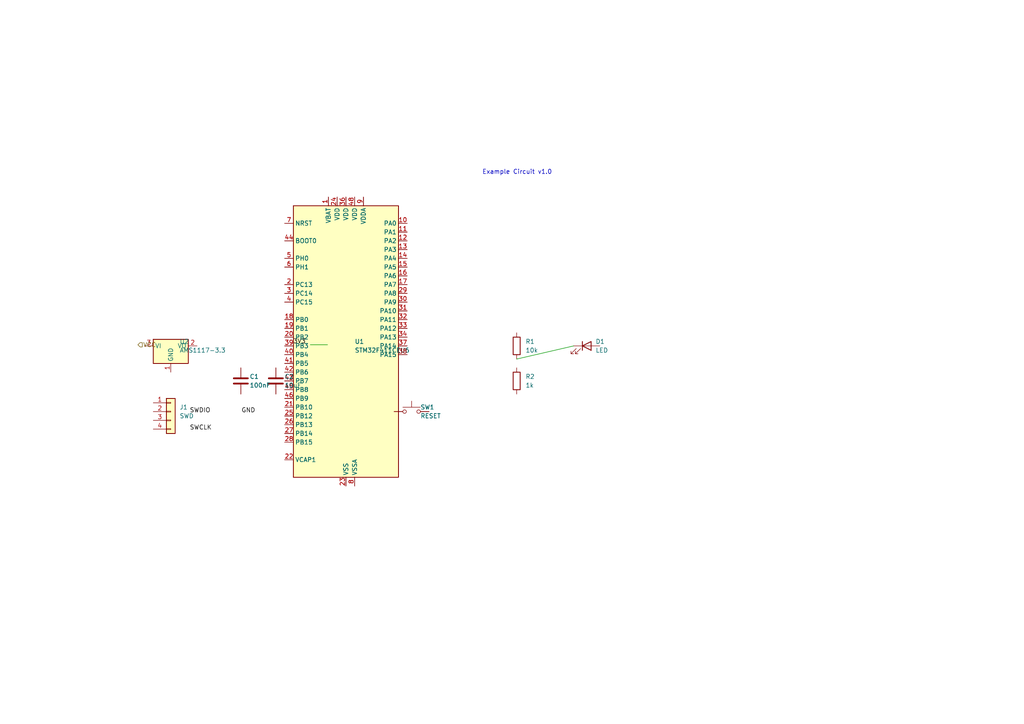
<source format=kicad_sch>
(kicad_sch (version 20250114) (generator "eeschema") (generator_version "9.0")
  (paper "A4")
  (title_block (title "Example Circuit"))
  (lib_symbols
    (symbol "MCU_ST_STM32F4:STM32F411CEUx"
      (property "Reference" "U" (at -15.24 41.91 0))
      (property "Value" "STM32F411CEUx" (at 7.62 41.91 0))
      (symbol "STM32F411CEUx_0_1"
        (rectangle (start -15.24 -38.1) (end 15.24 40.64) (stroke (width 0.254)) (fill (type background)))
      )
      (symbol "STM32F411CEUx_1_1"
        (pin input line (at -17.78 35.56 0) (length 2.54) (name "NRST") (number "7"))
        (pin input line (at -17.78 30.48 0) (length 2.54) (name "BOOT0") (number "44"))
        (pin bidirectional line (at -17.78 25.4 0) (length 2.54) (name "PH0") (number "5"))
        (pin bidirectional line (at -17.78 22.86 0) (length 2.54) (name "PH1") (number "6"))
        (pin bidirectional line (at -17.78 17.78 0) (length 2.54) (name "PC13") (number "2"))
        (pin bidirectional line (at -17.78 15.24 0) (length 2.54) (name "PC14") (number "3"))
        (pin bidirectional line (at -17.78 12.7 0) (length 2.54) (name "PC15") (number "4"))
        (pin bidirectional line (at -17.78 7.62 0) (length 2.54) (name "PB0") (number "18"))
        (pin bidirectional line (at -17.78 5.08 0) (length 2.54) (name "PB1") (number "19"))
        (pin bidirectional line (at -17.78 2.54 0) (length 2.54) (name "PB2") (number "20"))
        (pin bidirectional line (at -17.78 0 0) (length 2.54) (name "PB3") (number "39"))
        (pin bidirectional line (at -17.78 -2.54 0) (length 2.54) (name "PB4") (number "40"))
        (pin bidirectional line (at -17.78 -5.08 0) (length 2.54) (name "PB5") (number "41"))
        (pin bidirectional line (at -17.78 -7.62 0) (length 2.54) (name "PB6") (number "42"))
        (pin bidirectional line (at -17.78 -10.16 0) (length 2.54) (name "PB7") (number "43"))
        (pin bidirectional line (at -17.78 -12.7 0) (length 2.54) (name "PB8") (number "45"))
        (pin bidirectional line (at -17.78 -15.24 0) (length 2.54) (name "PB9") (number "46"))
        (pin bidirectional line (at -17.78 -17.78 0) (length 2.54) (name "PB10") (number "21"))
        (pin bidirectional line (at -17.78 -20.32 0) (length 2.54) (name "PB12") (number "25"))
        (pin bidirectional line (at -17.78 -22.86 0) (length 2.54) (name "PB13") (number "26"))
        (pin bidirectional line (at -17.78 -25.4 0) (length 2.54) (name "PB14") (number "27"))
        (pin bidirectional line (at -17.78 -27.94 0) (length 2.54) (name "PB15") (number "28"))
        (pin power_out line (at -17.78 -33.02 0) (length 2.54) (name "VCAP1") (number "22"))
        (pin power_in line (at -5.08 43.18 270) (length 2.54) (name "VBAT") (number "1"))
        (pin power_in line (at -2.54 43.18 270) (length 2.54) (name "VDD") (number "24"))
        (pin power_in line (at 0 43.18 270) (length 2.54) (name "VDD") (number "36"))
        (pin power_in line (at 0 -40.64 90) (length 2.54) (name "VSS") (number "23"))
        (pin passive line (at 0 -40.64 90) (length 2.54) (hide yes) (name "VSS") (number "35"))
        (pin passive line (at 0 -40.64 90) (length 2.54) (hide yes) (name "VSS") (number "47"))
        (pin passive line (at 0 -40.64 90) (length 2.54) (hide yes) (name "VSS") (number "49"))
        (pin power_in line (at 2.54 43.18 270) (length 2.54) (name "VDD") (number "48"))
        (pin power_in line (at 2.54 -40.64 90) (length 2.54) (name "VSSA") (number "8"))
        (pin power_in line (at 5.08 43.18 270) (length 2.54) (name "VDDA") (number "9"))
        (pin bidirectional line (at 17.78 35.56 180) (length 2.54) (name "PA0") (number "10"))
        (pin bidirectional line (at 17.78 33.02 180) (length 2.54) (name "PA1") (number "11"))
        (pin bidirectional line (at 17.78 30.48 180) (length 2.54) (name "PA2") (number "12"))
        (pin bidirectional line (at 17.78 27.94 180) (length 2.54) (name "PA3") (number "13"))
        (pin bidirectional line (at 17.78 25.4 180) (length 2.54) (name "PA4") (number "14"))
        (pin bidirectional line (at 17.78 22.86 180) (length 2.54) (name "PA5") (number "15"))
        (pin bidirectional line (at 17.78 20.32 180) (length 2.54) (name "PA6") (number "16"))
        (pin bidirectional line (at 17.78 17.78 180) (length 2.54) (name "PA7") (number "17"))
        (pin bidirectional line (at 17.78 15.24 180) (length 2.54) (name "PA8") (number "29"))
        (pin bidirectional line (at 17.78 12.7 180) (length 2.54) (name "PA9") (number "30"))
        (pin bidirectional line (at 17.78 10.16 180) (length 2.54) (name "PA10") (number "31"))
        (pin bidirectional line (at 17.78 7.62 180) (length 2.54) (name "PA11") (number "32"))
        (pin bidirectional line (at 17.78 5.08 180) (length 2.54) (name "PA12") (number "33"))
        (pin bidirectional line (at 17.78 2.54 180) (length 2.54) (name "PA13") (number "34"))
        (pin bidirectional line (at 17.78 0 180) (length 2.54) (name "PA14") (number "37"))
        (pin bidirectional line (at 17.78 -2.54 180) (length 2.54) (name "PA15") (number "38"))
      )
    )
    (symbol "Regulator_Linear:AMS1117-3.3"
      (property "Reference" "U" (at -3.81 3.175 0))
      (property "Value" "AMS1117-3.3" (at 0 3.175 0))
      (symbol "AMS1117-3.3_0_1"
        (rectangle (start -5.08 -5.08) (end 5.08 1.905) (stroke (width 0.254)) (fill (type background)))
      )
      (symbol "AMS1117-3.3_1_1"
        (pin power_in line (at -7.62 0 0) (length 2.54) (name "VI") (number "3"))
        (pin power_in line (at 0 -7.62 90) (length 2.54) (name "GND") (number "1"))
        (pin power_out line (at 7.62 0 180) (length 2.54) (name "VO") (number "2"))
      )
    )
    (symbol "Device:R" (pin_numbers (hide yes)) (pin_names (offset 0))
      (property "Reference" "R" (at 2.032 0 90))
      (property "Value" "R" (at 0 0 90))
      (symbol "R_0_1"
        (rectangle (start -1.016 -2.54) (end 1.016 2.54) (stroke (width 0.254)))
      )
      (symbol "R_1_1"
        (pin passive line (at 0 3.81 270) (length 1.27) (name "~") (number "1"))
        (pin passive line (at 0 -3.81 90) (length 1.27) (name "~") (number "2"))
      )
    )
    (symbol "Device:C" (pin_numbers (hide yes)) (pin_names (offset 0.254))
      (property "Reference" "C" (at 0.635 2.54 0))
      (property "Value" "C" (at 0.635 -2.54 0))
      (symbol "C_0_1"
        (polyline (pts (xy -2.032 0.762) (xy 2.032 0.762)) (stroke (width 0.508)))
        (polyline (pts (xy -2.032 -0.762) (xy 2.032 -0.762)) (stroke (width 0.508)))
      )
      (symbol "C_1_1"
        (pin passive line (at 0 3.81 270) (length 2.794) (name "~") (number "1"))
        (pin passive line (at 0 -3.81 90) (length 2.794) (name "~") (number "2"))
      )
    )
    (symbol "Device:LED" (pin_numbers (hide yes)) (pin_names (offset 1.016) (hide yes))
      (property "Reference" "D" (at 0 2.54 0))
      (property "Value" "LED" (at 0 -2.54 0))
      (symbol "LED_0_1"
        (polyline (pts (xy -3.048 -0.762) (xy -4.572 -2.286) (xy -3.81 -2.286) (xy -4.572 -2.286) (xy -4.572 -1.524)))
        (polyline (pts (xy -1.778 -0.762) (xy -3.302 -2.286) (xy -2.54 -2.286) (xy -3.302 -2.286) (xy -3.302 -1.524)))
        (polyline (pts (xy -1.27 0) (xy 1.27 0)))
        (polyline (pts (xy -1.27 -1.27) (xy -1.27 1.27)) (stroke (width 0.254)))
        (polyline (pts (xy 1.27 -1.27) (xy 1.27 1.27) (xy -1.27 0) (xy 1.27 -1.27)) (stroke (width 0.254)))
      )
      (symbol "LED_1_1"
        (pin passive line (at -3.81 0 0) (length 2.54) (name "K") (number "1"))
        (pin passive line (at 3.81 0 180) (length 2.54) (name "A") (number "2"))
      )
    )
    (symbol "Switch:SW_Push" (pin_numbers (hide yes)) (pin_names (offset 1.016) (hide yes))
      (property "Reference" "SW" (at 1.27 2.54 0))
      (property "Value" "SW_Push" (at 0 -1.524 0))
      (symbol "SW_Push_0_1"
        (circle (center -2.032 0) (radius 0.508))
        (polyline (pts (xy 0 1.27) (xy 0 3.048)))
        (circle (center 2.032 0) (radius 0.508))
        (polyline (pts (xy 2.54 1.27) (xy -2.54 1.27)))
        (pin passive line (at -5.08 0 0) (length 2.54) (name "1") (number "1"))
        (pin passive line (at 5.08 0 180) (length 2.54) (name "2") (number "2"))
      )
    )
    (symbol "Connector_Generic:Conn_01x04" (pin_names (offset 1.016) (hide yes))
      (property "Reference" "J" (at 0 5.08 0))
      (property "Value" "Conn_01x04" (at 0 -7.62 0))
      (symbol "Conn_01x04_1_1"
        (rectangle (start -1.27 3.81) (end 1.27 -6.35) (stroke (width 0.254)) (fill (type background)))
        (rectangle (start -1.27 2.667) (end 0 2.413) (stroke (width 0.1524)))
        (rectangle (start -1.27 0.127) (end 0 -0.127) (stroke (width 0.1524)))
        (rectangle (start -1.27 -2.413) (end 0 -2.667) (stroke (width 0.1524)))
        (rectangle (start -1.27 -4.953) (end 0 -5.207) (stroke (width 0.1524)))
        (pin passive line (at -5.08 2.54 0) (length 3.81) (name "Pin_1") (number "1"))
        (pin passive line (at -5.08 0 0) (length 3.81) (name "Pin_2") (number "2"))
        (pin passive line (at -5.08 -2.54 0) (length 3.81) (name "Pin_3") (number "3"))
        (pin passive line (at -5.08 -5.08 0) (length 3.81) (name "Pin_4") (number "4"))
      )
    )
  )
  (symbol (lib_id "MCU_ST_STM32F4:STM32F411CEUx") (at 100.33 100.33 0) (unit 1)
    (property "Reference" "U1" (at 102.87 99.0599 0) (effects (justify left)))
    (property "Value" "STM32F411CEU6" (at 102.87 101.5999 0) (effects (justify left)))
    (property "Footprint" "Package_DFN_QFN:QFN-48-1EP_7x7mm_P0.5mm_EP5.6x5.6mm" (effects (hide yes)))
  )
  (symbol (lib_id "Regulator_Linear:AMS1117-3.3") (at 49.53 100.33 0) (unit 1)
    (property "Reference" "U2" (at 52.07 99.0599 0) (effects (justify left)))
    (property "Value" "AMS1117-3.3" (at 52.07 101.5999 0) (effects (justify left)))
    (property "Footprint" "Package_TO_SOT_SMD:SOT-223-3_TabPin2" (effects (hide yes)))
  )
  (symbol (lib_id "Device:R") (at 149.86 100.33 0) (unit 1)
    (property "Reference" "R1" (at 152.4 99.0599 0) (effects (justify left)))
    (property "Value" "10k" (at 152.4 101.5999 0) (effects (justify left)))
    (property "Footprint" "Resistor_SMD:R_0603_1608Metric" (effects (hide yes)))
    (property "Power" "0.1W" (effects (hide yes)))
    (property "Tolerance" "1%" (effects (hide yes)))
  )
  (symbol (lib_id "Device:R") (at 149.86 110.49 0) (unit 1)
    (property "Reference" "R2" (at 152.4 109.2199 0) (effects (justify left)))
    (property "Value" "1k" (at 152.4 111.7599 0) (effects (justify left)))
    (property "Footprint" "Resistor_SMD:R_0603_1608Metric" (effects (hide yes)))
    (property "Tolerance" "1%" (effects (hide yes)))
    (property "Power" "0.1W" (effects (hide yes)))
  )
  (symbol (lib_id "Device:C") (at 69.85 110.49 0) (unit 1)
    (property "Reference" "C1" (at 72.39 109.2199 0) (effects (justify left)))
    (property "Value" "100nF" (at 72.39 111.7599 0) (effects (justify left)))
    (property "Footprint" "Capacitor_SMD:C_0603_1608Metric" (effects (hide yes)))
    (property "Voltage" "50V" (effects (hide yes)))
  )
  (symbol (lib_id "Device:C") (at 80.01 110.49 0) (unit 1)
    (property "Reference" "C2" (at 82.55 109.2199 0) (effects (justify left)))
    (property "Value" "10uF" (at 82.55 111.7599 0) (effects (justify left)))
    (property "Footprint" "Capacitor_SMD:C_0805_2012Metric" (effects (hide yes)))
    (property "Voltage" "16V" (effects (hide yes)))
  )
  (symbol (lib_id "Device:LED") (at 170.18 100.33 0) (unit 1)
    (property "Reference" "D1" (at 172.72 99.0599 0) (effects (justify left)))
    (property "Value" "LED" (at 172.72 101.5999 0) (effects (justify left)))
    (property "Footprint" "LED_SMD:LED_0603_1608Metric" (effects (hide yes)))
    (property "Color" "Blue" (effects (hide yes)))
  )
  (symbol (lib_id "Switch:SW_Push") (at 119.38 119.38 0) (unit 1)
    (property "Reference" "SW1" (at 121.92 118.1099 0) (effects (justify left)))
    (property "Value" "RESET" (at 121.92 120.6499 0) (effects (justify left)))
    (property "Footprint" "Button_Switch_SMD:SW_SPST_TL3342" (effects (hide yes)))
  )
  (symbol (lib_id "Connector_Generic:Conn_01x04") (at 49.53 119.38 0) (unit 1)
    (property "Reference" "J1" (at 52.07 118.1099 0) (effects (justify left)))
    (property "Value" "SWD" (at 52.07 120.6499 0) (effects (justify left)))
    (property "Footprint" "Connector_PinHeader_2.54mm:PinHeader_1x04_P2.54mm_Vertical" (effects (hide yes)))
  )
  (wire (pts (xy 90 100) (xy 95 100)))
  (wire (pts (xy 149.86 104.14) (xy 166.37 100.33)))
  (label "3V3" (at 85 100 0))
  (label "GND" (at 70 120 0))
  (label "SWDIO" (at 55 120 0))
  (label "SWCLK" (at 55 125 0))
  (hierarchical_label "VCC" (shape input) (at 40 100 0.0000))
  (text "Example Circuit v1.0" (at 150 50 0.0000) (effects (font (size 1.27 1.27))))
)
</source>
